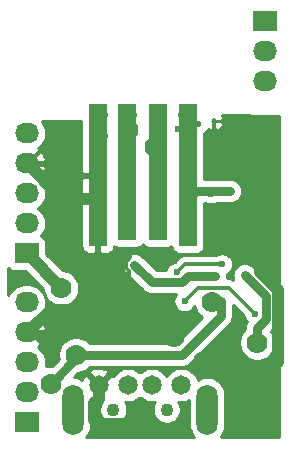
<source format=gbl>
%TF.GenerationSoftware,KiCad,Pcbnew,(5.1.2-1)-1*%
%TF.CreationDate,2019-05-29T15:28:05+01:00*%
%TF.ProjectId,a5v11-mod-01,61357631-312d-46d6-9f64-2d30312e6b69,rev?*%
%TF.SameCoordinates,PX3740df8PY3c191b8*%
%TF.FileFunction,Copper,L2,Bot*%
%TF.FilePolarity,Positive*%
%FSLAX46Y46*%
G04 Gerber Fmt 4.6, Leading zero omitted, Abs format (unit mm)*
G04 Created by KiCad (PCBNEW (5.1.2-1)-1) date 2019-05-29 15:28:05*
%MOMM*%
%LPD*%
G04 APERTURE LIST*
%ADD10R,2.032000X1.727200*%
%ADD11O,2.032000X1.727200*%
%ADD12C,1.650000*%
%ADD13C,1.100000*%
%ADD14O,1.800000X4.300000*%
%ADD15R,1.500000X12.000000*%
%ADD16R,1.500000X11.500000*%
%ADD17R,0.300000X0.300000*%
%ADD18C,1.500000*%
%ADD19C,0.600000*%
%ADD20C,1.778000*%
%ADD21C,0.304800*%
%ADD22C,1.016000*%
%ADD23C,0.381000*%
%ADD24C,0.762000*%
%ADD25C,0.254000*%
G04 APERTURE END LIST*
D10*
X10612600Y33197400D03*
D11*
X10612600Y30657400D03*
X10612600Y28117400D03*
D10*
X-9597400Y13517400D03*
D11*
X-9597400Y16057400D03*
X-9597400Y18597400D03*
X-9597400Y21137400D03*
X-9597400Y23677400D03*
D10*
X-9597400Y-772600D03*
D11*
X-9597400Y1767400D03*
X-9597400Y4307400D03*
X-9597400Y6847400D03*
X-9597400Y9387400D03*
D12*
X1002600Y2377400D03*
X3502600Y2377400D03*
X-997400Y2377400D03*
X-3497400Y2377400D03*
D13*
X2252600Y277400D03*
X-2247400Y277400D03*
D14*
X-5697400Y277400D03*
X5702600Y277400D03*
D15*
X-3567400Y20127400D03*
X4052600Y20127400D03*
D16*
X1542600Y20377400D03*
X-1057400Y20377400D03*
D17*
X6242600Y24727400D03*
D18*
X3992600Y25227400D03*
X1492600Y25227400D03*
X-1007400Y25227400D03*
X-3507400Y25227400D03*
X-3507400Y23417400D03*
D19*
X11176000Y20320000D03*
X10414000Y20320000D03*
X10414000Y20320000D03*
X9626600Y20465400D03*
X8356600Y23368000D03*
X7594600Y23368000D03*
X10160000Y14224000D03*
X8890000Y16256000D03*
X6604000Y23368000D03*
X10652600Y1177400D03*
D20*
X2919431Y6411973D03*
D19*
X1251929Y8778071D03*
D20*
X5407771Y4383221D03*
D19*
X56880Y9336332D03*
X-7347400Y5227400D03*
D20*
X-6768355Y17296912D03*
D19*
X-3597400Y13327400D03*
X-1947400Y13309857D03*
X-1197400Y13309857D03*
X5862600Y16817400D03*
X6382600Y14257400D03*
X1592600Y13357400D03*
X5892600Y13767400D03*
X2252600Y13357400D03*
D20*
X9921752Y5958248D03*
D19*
X8852600Y11677400D03*
X-481902Y12536732D03*
X6372611Y11577409D03*
D20*
X1280886Y22527773D03*
D19*
X1711207Y20513461D03*
D20*
X-1007400Y23937400D03*
D19*
X-734253Y21448261D03*
X3125603Y11905183D03*
X6942600Y12597400D03*
X9712600Y8417400D03*
X3772598Y9467400D03*
X4912600Y24467400D03*
X3242601Y24037399D03*
D20*
X6096000Y9398000D03*
D19*
X6004600Y18567400D03*
X6832600Y18796000D03*
X7620000Y18796000D03*
D20*
X-5397400Y4927400D03*
X-6651714Y10571714D03*
X-7565400Y2479340D03*
D21*
X7594600Y23368000D02*
X8356600Y23368000D01*
D22*
X10668000Y3302000D02*
X6488992Y3302000D01*
X6488992Y3302000D02*
X5407771Y4383221D01*
X11684000Y4318000D02*
X10668000Y3302000D01*
X11684000Y10414000D02*
X11684000Y4318000D01*
X10160000Y11938000D02*
X11684000Y10414000D01*
X10160000Y14224000D02*
X10160000Y11938000D01*
D23*
X5751268Y17616732D02*
X7529268Y17616732D01*
X7529268Y17616732D02*
X8890000Y16256000D01*
D24*
X1352600Y7953136D02*
X1251929Y8053807D01*
X1251929Y8053807D02*
X1251929Y8353807D01*
X1251929Y8353807D02*
X1251929Y8778071D01*
D21*
X-5262200Y24277400D02*
X-6305000Y24277400D01*
X-6305000Y24277400D02*
X-9445000Y21137400D01*
X-9445000Y21137400D02*
X-9597400Y21137400D01*
X-5062200Y24477400D02*
X-5262200Y24277400D01*
D22*
X-3567400Y18127400D02*
X-5937867Y18127400D01*
X-5937867Y18127400D02*
X-6768355Y17296912D01*
X-1057801Y-933001D02*
X2600Y127400D01*
X-3897400Y-622600D02*
X-3586999Y-933001D01*
X-3586999Y-933001D02*
X-1057801Y-933001D01*
X-3897400Y810674D02*
X-3897400Y-622600D01*
X-3497400Y2377400D02*
X-3497400Y1210674D01*
X-3497400Y1210674D02*
X-3897400Y810674D01*
X-6768355Y17296912D02*
X-6768355Y18308355D01*
X-6768355Y18308355D02*
X-9597400Y21137400D01*
X-3567400Y15077400D02*
X-3567400Y18127400D01*
D21*
X56880Y9336332D02*
X-927461Y10320673D01*
X-927461Y10320673D02*
X-927461Y12012410D01*
X-927461Y12012410D02*
X-1167712Y12252661D01*
X-1167712Y12252661D02*
X-1167712Y13280169D01*
X-1167712Y13280169D02*
X-1197400Y13309857D01*
D24*
X-8967400Y6847400D02*
X-7347400Y5227400D01*
D22*
X-5780257Y8727000D02*
X-1197400Y13309857D01*
X-7565400Y8727000D02*
X-5780257Y8727000D01*
X-9445000Y6847400D02*
X-7565400Y8727000D01*
X-9597400Y6847400D02*
X-9445000Y6847400D01*
D24*
X-9597400Y6847400D02*
X-8967400Y6847400D01*
X9921752Y7215483D02*
X9921752Y5958248D01*
X10642589Y9887411D02*
X10642589Y7936320D01*
X8852600Y11677400D02*
X10642589Y9887411D01*
X10642589Y7936320D02*
X9921752Y7215483D01*
X5948347Y11577409D02*
X6372611Y11577409D01*
X-481902Y12536732D02*
X983048Y11071782D01*
X983048Y11071782D02*
X3525636Y11071782D01*
X3525636Y11071782D02*
X4031265Y11577409D01*
X4031265Y11577409D02*
X5948347Y11577409D01*
D21*
X1711207Y20089197D02*
X1711207Y20513461D01*
X1711207Y18546007D02*
X1711207Y20089197D01*
X1542600Y18377400D02*
X1711207Y18546007D01*
X-1057400Y21125114D02*
X-1034252Y21148262D01*
X-1034252Y21148262D02*
X-734253Y21448261D01*
X-1057400Y18377400D02*
X-1057400Y21125114D01*
X3125603Y11905183D02*
X3817820Y12597400D01*
X3817820Y12597400D02*
X6518336Y12597400D01*
X6518336Y12597400D02*
X6942600Y12597400D01*
X3772598Y9467400D02*
X4926787Y10621589D01*
X4926787Y10621589D02*
X7508410Y10621589D01*
X7508410Y10621589D02*
X9611388Y8518611D01*
D24*
X6820720Y9457229D02*
X6155229Y9457229D01*
X6155229Y9457229D02*
X6096000Y9398000D01*
X6408336Y18796000D02*
X6832600Y18796000D01*
X4721200Y18796000D02*
X6408336Y18796000D01*
X4052600Y18127400D02*
X4721200Y18796000D01*
X6832600Y18796000D02*
X7620000Y18796000D01*
D22*
X-6651714Y10571714D02*
X-9597400Y13517400D01*
D24*
X6820720Y8199994D02*
X3548126Y4927400D01*
X3548126Y4927400D02*
X-4140165Y4927400D01*
X-4140165Y4927400D02*
X-5397400Y4927400D01*
X-5397400Y4927400D02*
X-5397400Y4647340D01*
X-5397400Y4647340D02*
X-7565400Y2479340D01*
X6820720Y9457229D02*
X6820720Y8199994D01*
X6790891Y9427400D02*
X6820720Y9457229D01*
D25*
G36*
X11742600Y25184414D02*
G01*
X11742601Y-2012600D01*
X6834837Y-2012600D01*
X6985081Y-1829527D01*
X7127617Y-1562861D01*
X7215390Y-1273513D01*
X7237600Y-1048008D01*
X7237600Y1602808D01*
X7215390Y1828313D01*
X7127617Y2117661D01*
X6985081Y2384327D01*
X6793261Y2618061D01*
X6559526Y2809881D01*
X6292860Y2952417D01*
X6003512Y3040190D01*
X5702600Y3069827D01*
X5401687Y3040190D01*
X5112339Y2952417D01*
X4893225Y2835298D01*
X4796435Y3068969D01*
X4636656Y3308096D01*
X4433296Y3511456D01*
X4194169Y3671235D01*
X3928466Y3781293D01*
X3646397Y3837400D01*
X3358803Y3837400D01*
X3076734Y3781293D01*
X2811031Y3671235D01*
X2571904Y3511456D01*
X2368544Y3308096D01*
X2252600Y3134573D01*
X2136656Y3308096D01*
X1933296Y3511456D01*
X1694169Y3671235D01*
X1428466Y3781293D01*
X1146397Y3837400D01*
X858803Y3837400D01*
X576734Y3781293D01*
X311031Y3671235D01*
X71904Y3511456D01*
X2600Y3442152D01*
X-66704Y3511456D01*
X-305831Y3671235D01*
X-571534Y3781293D01*
X-853603Y3837400D01*
X-1141197Y3837400D01*
X-1423266Y3781293D01*
X-1688969Y3671235D01*
X-1928096Y3511456D01*
X-2131456Y3308096D01*
X-2246675Y3135658D01*
X-2486849Y3208346D01*
X-3317795Y2377400D01*
X-3303652Y2363257D01*
X-3483257Y2183652D01*
X-3497400Y2197795D01*
X-3511542Y2183652D01*
X-3691147Y2363257D01*
X-3677005Y2377400D01*
X-4507951Y3208346D01*
X-4754473Y3133737D01*
X-4877873Y2873961D01*
X-4887674Y2835110D01*
X-5107140Y2952417D01*
X-5396488Y3040190D01*
X-5552358Y3055542D01*
X-5219949Y3387951D01*
X-4328346Y3387951D01*
X-3497400Y2557005D01*
X-2666454Y3387951D01*
X-2741063Y3634473D01*
X-3000839Y3757873D01*
X-3279697Y3828223D01*
X-3566921Y3842817D01*
X-3851474Y3801097D01*
X-4122420Y3704665D01*
X-4253737Y3634473D01*
X-4328346Y3387951D01*
X-5219949Y3387951D01*
X-5193872Y3414027D01*
X-4952866Y3461966D01*
X-4675515Y3576849D01*
X-4425907Y3743632D01*
X-4258139Y3911400D01*
X3498224Y3911400D01*
X3548126Y3906485D01*
X3598028Y3911400D01*
X3747297Y3926102D01*
X3938813Y3984198D01*
X4115316Y4078540D01*
X4270022Y4205504D01*
X4301838Y4244272D01*
X7503853Y7446286D01*
X7542616Y7478098D01*
X7669580Y7632804D01*
X7763922Y7809307D01*
X7822018Y8000823D01*
X7836720Y8150092D01*
X7841635Y8199994D01*
X7836720Y8249896D01*
X7836720Y9179729D01*
X8799069Y8217379D01*
X8813532Y8144671D01*
X8884014Y7974511D01*
X8986338Y7821372D01*
X9056223Y7751487D01*
X8978550Y7606169D01*
X8951905Y7518332D01*
X8920454Y7414653D01*
X8900837Y7215483D01*
X8905752Y7165581D01*
X8905752Y7097509D01*
X8737984Y6929741D01*
X8571201Y6680133D01*
X8456318Y6402782D01*
X8397752Y6108349D01*
X8397752Y5808147D01*
X8456318Y5513714D01*
X8571201Y5236363D01*
X8737984Y4986755D01*
X8950259Y4774480D01*
X9199867Y4607697D01*
X9477218Y4492814D01*
X9771651Y4434248D01*
X10071853Y4434248D01*
X10366286Y4492814D01*
X10643637Y4607697D01*
X10893245Y4774480D01*
X11105520Y4986755D01*
X11272303Y5236363D01*
X11387186Y5513714D01*
X11445752Y5808147D01*
X11445752Y6108349D01*
X11387186Y6402782D01*
X11272303Y6680133D01*
X11105520Y6929741D01*
X11089185Y6946076D01*
X11325722Y7182612D01*
X11364485Y7214424D01*
X11491449Y7369130D01*
X11585791Y7545633D01*
X11643887Y7737149D01*
X11644425Y7742606D01*
X11656060Y7860746D01*
X11658589Y7886418D01*
X11658589Y7886425D01*
X11663503Y7936319D01*
X11658589Y7986213D01*
X11658589Y9837509D01*
X11663504Y9887411D01*
X11643887Y10086582D01*
X11585791Y10278098D01*
X11570830Y10306088D01*
X11491449Y10454601D01*
X11364485Y10609307D01*
X11325722Y10641119D01*
X9535734Y12431106D01*
X9419789Y12526259D01*
X9243287Y12620601D01*
X9051770Y12678698D01*
X8852600Y12698315D01*
X8653430Y12678698D01*
X8461913Y12620601D01*
X8285411Y12526259D01*
X8130705Y12399295D01*
X8003741Y12244589D01*
X7909399Y12068087D01*
X7851302Y11876570D01*
X7831685Y11677400D01*
X7851302Y11478230D01*
X7904560Y11302665D01*
X7811193Y11352571D01*
X7662767Y11397595D01*
X7547083Y11408989D01*
X7547073Y11408989D01*
X7508410Y11412797D01*
X7469747Y11408989D01*
X7376938Y11408989D01*
X7393526Y11577409D01*
X7375098Y11764510D01*
X7385489Y11768814D01*
X7538628Y11871138D01*
X7668862Y12001372D01*
X7771186Y12154511D01*
X7841668Y12324671D01*
X7877600Y12505311D01*
X7877600Y12689489D01*
X7841668Y12870129D01*
X7771186Y13040289D01*
X7668862Y13193428D01*
X7538628Y13323662D01*
X7385489Y13425986D01*
X7215329Y13496468D01*
X7034689Y13532400D01*
X6850511Y13532400D01*
X6669871Y13496468D01*
X6499711Y13425986D01*
X6438072Y13384800D01*
X3856485Y13384800D01*
X3817820Y13388608D01*
X3779155Y13384800D01*
X3779147Y13384800D01*
X3663463Y13373406D01*
X3515037Y13328382D01*
X3378248Y13255266D01*
X3288390Y13181522D01*
X3288387Y13181519D01*
X3258351Y13156869D01*
X3233701Y13126833D01*
X2925583Y12818714D01*
X2852874Y12804251D01*
X2682714Y12733769D01*
X2529575Y12631445D01*
X2399341Y12501211D01*
X2297017Y12348072D01*
X2226535Y12177912D01*
X2208607Y12087782D01*
X1403889Y12087782D01*
X201232Y13290438D01*
X85287Y13385591D01*
X-91215Y13479933D01*
X-282732Y13538030D01*
X-481902Y13557647D01*
X-681072Y13538030D01*
X-872589Y13479933D01*
X-1049091Y13385591D01*
X-1203797Y13258627D01*
X-1330761Y13103921D01*
X-1425103Y12927419D01*
X-1483200Y12735902D01*
X-1502817Y12536732D01*
X-1483200Y12337562D01*
X-1425103Y12146045D01*
X-1330761Y11969543D01*
X-1235608Y11853598D01*
X229340Y10388649D01*
X261152Y10349886D01*
X415858Y10222922D01*
X592361Y10128580D01*
X730813Y10086581D01*
X783877Y10070484D01*
X983047Y10050867D01*
X1032949Y10055782D01*
X3041227Y10055782D01*
X2944012Y9910289D01*
X2873530Y9740129D01*
X2837598Y9559489D01*
X2837598Y9375311D01*
X2873530Y9194671D01*
X2944012Y9024511D01*
X3046336Y8871372D01*
X3176570Y8741138D01*
X3329709Y8638814D01*
X3499869Y8568332D01*
X3680509Y8532400D01*
X3864687Y8532400D01*
X4045327Y8568332D01*
X4215487Y8638814D01*
X4368626Y8741138D01*
X4498860Y8871372D01*
X4601184Y9024511D01*
X4611487Y9049384D01*
X4630566Y8953466D01*
X4745449Y8676115D01*
X4912232Y8426507D01*
X5124507Y8214232D01*
X5288524Y8104639D01*
X3127286Y5943400D01*
X-4258139Y5943400D01*
X-4425907Y6111168D01*
X-4675515Y6277951D01*
X-4952866Y6392834D01*
X-5247299Y6451400D01*
X-5547501Y6451400D01*
X-5841934Y6392834D01*
X-6119285Y6277951D01*
X-6368893Y6111168D01*
X-6581168Y5898893D01*
X-6747951Y5649285D01*
X-6862834Y5371934D01*
X-6921400Y5077501D01*
X-6921400Y4777299D01*
X-6885378Y4596203D01*
X-7478240Y4003340D01*
X-7715501Y4003340D01*
X-7987623Y3949212D01*
X-7968084Y4013623D01*
X-7939149Y4307400D01*
X-7968084Y4601177D01*
X-8053775Y4883664D01*
X-8192931Y5144006D01*
X-8380203Y5372197D01*
X-8608394Y5559469D01*
X-8648347Y5580824D01*
X-8445671Y5728914D01*
X-8246667Y5945365D01*
X-8093714Y6196481D01*
X-7992691Y6472611D01*
X-7990042Y6488374D01*
X-8111183Y6720400D01*
X-9470400Y6720400D01*
X-9470400Y6700400D01*
X-9724400Y6700400D01*
X-9724400Y6720400D01*
X-9744400Y6720400D01*
X-9744400Y6974400D01*
X-9724400Y6974400D01*
X-9724400Y6994400D01*
X-9470400Y6994400D01*
X-9470400Y6974400D01*
X-8111183Y6974400D01*
X-7990042Y7206426D01*
X-7992691Y7222189D01*
X-8093714Y7498319D01*
X-8246667Y7749435D01*
X-8445671Y7965886D01*
X-8648347Y8113976D01*
X-8608394Y8135331D01*
X-8380203Y8322603D01*
X-8192931Y8550794D01*
X-8053775Y8811136D01*
X-7968084Y9093623D01*
X-7939149Y9387400D01*
X-7968084Y9681177D01*
X-8053775Y9963664D01*
X-8192931Y10224006D01*
X-8380203Y10452197D01*
X-8608394Y10639469D01*
X-8868736Y10778625D01*
X-9151223Y10864316D01*
X-9371381Y10886000D01*
X-9823419Y10886000D01*
X-10043577Y10864316D01*
X-10326064Y10778625D01*
X-10586406Y10639469D01*
X-10814597Y10452197D01*
X-11001869Y10224006D01*
X-11137400Y9970446D01*
X-11137400Y12291341D01*
X-11064585Y12202615D01*
X-10967894Y12123263D01*
X-10857580Y12064298D01*
X-10737882Y12027988D01*
X-10613400Y12015728D01*
X-9712173Y12015728D01*
X-8175714Y10479268D01*
X-8175714Y10421613D01*
X-8117148Y10127180D01*
X-8002265Y9849829D01*
X-7835482Y9600221D01*
X-7623207Y9387946D01*
X-7373599Y9221163D01*
X-7096248Y9106280D01*
X-6801815Y9047714D01*
X-6501613Y9047714D01*
X-6207180Y9106280D01*
X-5929829Y9221163D01*
X-5680221Y9387946D01*
X-5467946Y9600221D01*
X-5301163Y9849829D01*
X-5186280Y10127180D01*
X-5127714Y10421613D01*
X-5127714Y10721815D01*
X-5186280Y11016248D01*
X-5301163Y11293599D01*
X-5467946Y11543207D01*
X-5680221Y11755482D01*
X-5929829Y11922265D01*
X-6207180Y12037148D01*
X-6501613Y12095714D01*
X-6559268Y12095714D01*
X-7943328Y13479773D01*
X-7943328Y14127400D01*
X-4955472Y14127400D01*
X-4943212Y14002918D01*
X-4906902Y13883220D01*
X-4847937Y13772906D01*
X-4768585Y13676215D01*
X-4671894Y13596863D01*
X-4561580Y13537898D01*
X-4441882Y13501588D01*
X-4317400Y13489328D01*
X-3853150Y13492400D01*
X-3694400Y13651150D01*
X-3694400Y20000400D01*
X-4793650Y20000400D01*
X-4952400Y19841650D01*
X-4955472Y14127400D01*
X-7943328Y14127400D01*
X-7943328Y14381000D01*
X-7955588Y14505482D01*
X-7991898Y14625180D01*
X-8050863Y14735494D01*
X-8130215Y14832185D01*
X-8226906Y14911537D01*
X-8337220Y14970502D01*
X-8388265Y14985986D01*
X-8380203Y14992603D01*
X-8192931Y15220794D01*
X-8053775Y15481136D01*
X-7968084Y15763623D01*
X-7939149Y16057400D01*
X-7968084Y16351177D01*
X-8053775Y16633664D01*
X-8192931Y16894006D01*
X-8380203Y17122197D01*
X-8608394Y17309469D01*
X-8641940Y17327400D01*
X-8608394Y17345331D01*
X-8380203Y17532603D01*
X-8192931Y17760794D01*
X-8053775Y18021136D01*
X-7968084Y18303623D01*
X-7939149Y18597400D01*
X-7968084Y18891177D01*
X-8053775Y19173664D01*
X-8192931Y19434006D01*
X-8380203Y19662197D01*
X-8608394Y19849469D01*
X-8648347Y19870824D01*
X-8445671Y20018914D01*
X-8246667Y20235365D01*
X-8093714Y20486481D01*
X-7992691Y20762611D01*
X-7990042Y20778374D01*
X-8111183Y21010400D01*
X-9470400Y21010400D01*
X-9470400Y20990400D01*
X-9724400Y20990400D01*
X-9724400Y21010400D01*
X-9744400Y21010400D01*
X-9744400Y21264400D01*
X-9724400Y21264400D01*
X-9724400Y21284400D01*
X-9470400Y21284400D01*
X-9470400Y21264400D01*
X-8111183Y21264400D01*
X-7990042Y21496426D01*
X-7992691Y21512189D01*
X-8093714Y21788319D01*
X-8246667Y22039435D01*
X-8445671Y22255886D01*
X-8648347Y22403976D01*
X-8608394Y22425331D01*
X-8380203Y22612603D01*
X-8192931Y22840794D01*
X-8053775Y23101136D01*
X-7968084Y23383623D01*
X-7939149Y23677400D01*
X-7968084Y23971177D01*
X-8053775Y24253664D01*
X-8192931Y24514006D01*
X-8337366Y24690000D01*
X-4954699Y24690000D01*
X-4952400Y20413150D01*
X-4793650Y20254400D01*
X-3694400Y20254400D01*
X-3694400Y20274400D01*
X-3440400Y20274400D01*
X-3440400Y20254400D01*
X-3420400Y20254400D01*
X-3420400Y20000400D01*
X-3440400Y20000400D01*
X-3440400Y13651150D01*
X-3281650Y13492400D01*
X-2817400Y13489328D01*
X-2692918Y13501588D01*
X-2573220Y13537898D01*
X-2462906Y13596863D01*
X-2366215Y13676215D01*
X-2286863Y13772906D01*
X-2227898Y13883220D01*
X-2191588Y14002918D01*
X-2180807Y14112384D01*
X-2161894Y14096863D01*
X-2051580Y14037898D01*
X-1931882Y14001588D01*
X-1807400Y13989328D01*
X-307400Y13989328D01*
X-182918Y14001588D01*
X-63220Y14037898D01*
X47094Y14096863D01*
X143785Y14176215D01*
X223137Y14272906D01*
X242600Y14309318D01*
X262063Y14272906D01*
X341415Y14176215D01*
X438106Y14096863D01*
X548420Y14037898D01*
X668118Y14001588D01*
X792600Y13989328D01*
X2292600Y13989328D01*
X2417082Y14001588D01*
X2536780Y14037898D01*
X2647094Y14096863D01*
X2666007Y14112384D01*
X2676788Y14002918D01*
X2713098Y13883220D01*
X2772063Y13772906D01*
X2851415Y13676215D01*
X2948106Y13596863D01*
X3058420Y13537898D01*
X3178118Y13501588D01*
X3302600Y13489328D01*
X4802600Y13489328D01*
X4927082Y13501588D01*
X5046780Y13537898D01*
X5157094Y13596863D01*
X5253785Y13676215D01*
X5333137Y13772906D01*
X5392102Y13883220D01*
X5428412Y14002918D01*
X5440672Y14127400D01*
X5440672Y17780000D01*
X5500072Y17780000D01*
X5561711Y17738814D01*
X5731871Y17668332D01*
X5912511Y17632400D01*
X6096689Y17632400D01*
X6277329Y17668332D01*
X6447489Y17738814D01*
X6509128Y17780000D01*
X7669902Y17780000D01*
X7819171Y17794702D01*
X8010687Y17852798D01*
X8187190Y17947140D01*
X8341896Y18074104D01*
X8468860Y18228810D01*
X8563202Y18405313D01*
X8621298Y18596829D01*
X8640915Y18796000D01*
X8621298Y18995171D01*
X8563202Y19186687D01*
X8468860Y19363190D01*
X8341896Y19517896D01*
X8187190Y19644860D01*
X8010687Y19739202D01*
X7819171Y19797298D01*
X7669902Y19812000D01*
X5440672Y19812000D01*
X5440672Y23695731D01*
X5508628Y23741138D01*
X5638862Y23871372D01*
X5741186Y24024511D01*
X5748736Y24042738D01*
X5828555Y23996525D01*
X5946951Y23956173D01*
X6060850Y23942400D01*
X6219600Y24101150D01*
X6219600Y24704400D01*
X6265600Y24704400D01*
X6265600Y24101150D01*
X6424350Y23942400D01*
X6538249Y23956173D01*
X6656645Y23996525D01*
X6764895Y24059199D01*
X6858837Y24141787D01*
X6934863Y24241116D01*
X6990049Y24353367D01*
X7022276Y24474229D01*
X7027600Y24545650D01*
X6868850Y24704400D01*
X6265600Y24704400D01*
X6219600Y24704400D01*
X6095600Y24704400D01*
X6095600Y24750400D01*
X6219600Y24750400D01*
X6219600Y24874400D01*
X6265600Y24874400D01*
X6265600Y24750400D01*
X6868850Y24750400D01*
X7027600Y24909150D01*
X7022276Y24980571D01*
X6990049Y25101433D01*
X6936602Y25210146D01*
X11742600Y25184414D01*
X11742600Y25184414D01*
G37*
X11742600Y25184414D02*
X11742601Y-2012600D01*
X6834837Y-2012600D01*
X6985081Y-1829527D01*
X7127617Y-1562861D01*
X7215390Y-1273513D01*
X7237600Y-1048008D01*
X7237600Y1602808D01*
X7215390Y1828313D01*
X7127617Y2117661D01*
X6985081Y2384327D01*
X6793261Y2618061D01*
X6559526Y2809881D01*
X6292860Y2952417D01*
X6003512Y3040190D01*
X5702600Y3069827D01*
X5401687Y3040190D01*
X5112339Y2952417D01*
X4893225Y2835298D01*
X4796435Y3068969D01*
X4636656Y3308096D01*
X4433296Y3511456D01*
X4194169Y3671235D01*
X3928466Y3781293D01*
X3646397Y3837400D01*
X3358803Y3837400D01*
X3076734Y3781293D01*
X2811031Y3671235D01*
X2571904Y3511456D01*
X2368544Y3308096D01*
X2252600Y3134573D01*
X2136656Y3308096D01*
X1933296Y3511456D01*
X1694169Y3671235D01*
X1428466Y3781293D01*
X1146397Y3837400D01*
X858803Y3837400D01*
X576734Y3781293D01*
X311031Y3671235D01*
X71904Y3511456D01*
X2600Y3442152D01*
X-66704Y3511456D01*
X-305831Y3671235D01*
X-571534Y3781293D01*
X-853603Y3837400D01*
X-1141197Y3837400D01*
X-1423266Y3781293D01*
X-1688969Y3671235D01*
X-1928096Y3511456D01*
X-2131456Y3308096D01*
X-2246675Y3135658D01*
X-2486849Y3208346D01*
X-3317795Y2377400D01*
X-3303652Y2363257D01*
X-3483257Y2183652D01*
X-3497400Y2197795D01*
X-3511542Y2183652D01*
X-3691147Y2363257D01*
X-3677005Y2377400D01*
X-4507951Y3208346D01*
X-4754473Y3133737D01*
X-4877873Y2873961D01*
X-4887674Y2835110D01*
X-5107140Y2952417D01*
X-5396488Y3040190D01*
X-5552358Y3055542D01*
X-5219949Y3387951D01*
X-4328346Y3387951D01*
X-3497400Y2557005D01*
X-2666454Y3387951D01*
X-2741063Y3634473D01*
X-3000839Y3757873D01*
X-3279697Y3828223D01*
X-3566921Y3842817D01*
X-3851474Y3801097D01*
X-4122420Y3704665D01*
X-4253737Y3634473D01*
X-4328346Y3387951D01*
X-5219949Y3387951D01*
X-5193872Y3414027D01*
X-4952866Y3461966D01*
X-4675515Y3576849D01*
X-4425907Y3743632D01*
X-4258139Y3911400D01*
X3498224Y3911400D01*
X3548126Y3906485D01*
X3598028Y3911400D01*
X3747297Y3926102D01*
X3938813Y3984198D01*
X4115316Y4078540D01*
X4270022Y4205504D01*
X4301838Y4244272D01*
X7503853Y7446286D01*
X7542616Y7478098D01*
X7669580Y7632804D01*
X7763922Y7809307D01*
X7822018Y8000823D01*
X7836720Y8150092D01*
X7841635Y8199994D01*
X7836720Y8249896D01*
X7836720Y9179729D01*
X8799069Y8217379D01*
X8813532Y8144671D01*
X8884014Y7974511D01*
X8986338Y7821372D01*
X9056223Y7751487D01*
X8978550Y7606169D01*
X8951905Y7518332D01*
X8920454Y7414653D01*
X8900837Y7215483D01*
X8905752Y7165581D01*
X8905752Y7097509D01*
X8737984Y6929741D01*
X8571201Y6680133D01*
X8456318Y6402782D01*
X8397752Y6108349D01*
X8397752Y5808147D01*
X8456318Y5513714D01*
X8571201Y5236363D01*
X8737984Y4986755D01*
X8950259Y4774480D01*
X9199867Y4607697D01*
X9477218Y4492814D01*
X9771651Y4434248D01*
X10071853Y4434248D01*
X10366286Y4492814D01*
X10643637Y4607697D01*
X10893245Y4774480D01*
X11105520Y4986755D01*
X11272303Y5236363D01*
X11387186Y5513714D01*
X11445752Y5808147D01*
X11445752Y6108349D01*
X11387186Y6402782D01*
X11272303Y6680133D01*
X11105520Y6929741D01*
X11089185Y6946076D01*
X11325722Y7182612D01*
X11364485Y7214424D01*
X11491449Y7369130D01*
X11585791Y7545633D01*
X11643887Y7737149D01*
X11644425Y7742606D01*
X11656060Y7860746D01*
X11658589Y7886418D01*
X11658589Y7886425D01*
X11663503Y7936319D01*
X11658589Y7986213D01*
X11658589Y9837509D01*
X11663504Y9887411D01*
X11643887Y10086582D01*
X11585791Y10278098D01*
X11570830Y10306088D01*
X11491449Y10454601D01*
X11364485Y10609307D01*
X11325722Y10641119D01*
X9535734Y12431106D01*
X9419789Y12526259D01*
X9243287Y12620601D01*
X9051770Y12678698D01*
X8852600Y12698315D01*
X8653430Y12678698D01*
X8461913Y12620601D01*
X8285411Y12526259D01*
X8130705Y12399295D01*
X8003741Y12244589D01*
X7909399Y12068087D01*
X7851302Y11876570D01*
X7831685Y11677400D01*
X7851302Y11478230D01*
X7904560Y11302665D01*
X7811193Y11352571D01*
X7662767Y11397595D01*
X7547083Y11408989D01*
X7547073Y11408989D01*
X7508410Y11412797D01*
X7469747Y11408989D01*
X7376938Y11408989D01*
X7393526Y11577409D01*
X7375098Y11764510D01*
X7385489Y11768814D01*
X7538628Y11871138D01*
X7668862Y12001372D01*
X7771186Y12154511D01*
X7841668Y12324671D01*
X7877600Y12505311D01*
X7877600Y12689489D01*
X7841668Y12870129D01*
X7771186Y13040289D01*
X7668862Y13193428D01*
X7538628Y13323662D01*
X7385489Y13425986D01*
X7215329Y13496468D01*
X7034689Y13532400D01*
X6850511Y13532400D01*
X6669871Y13496468D01*
X6499711Y13425986D01*
X6438072Y13384800D01*
X3856485Y13384800D01*
X3817820Y13388608D01*
X3779155Y13384800D01*
X3779147Y13384800D01*
X3663463Y13373406D01*
X3515037Y13328382D01*
X3378248Y13255266D01*
X3288390Y13181522D01*
X3288387Y13181519D01*
X3258351Y13156869D01*
X3233701Y13126833D01*
X2925583Y12818714D01*
X2852874Y12804251D01*
X2682714Y12733769D01*
X2529575Y12631445D01*
X2399341Y12501211D01*
X2297017Y12348072D01*
X2226535Y12177912D01*
X2208607Y12087782D01*
X1403889Y12087782D01*
X201232Y13290438D01*
X85287Y13385591D01*
X-91215Y13479933D01*
X-282732Y13538030D01*
X-481902Y13557647D01*
X-681072Y13538030D01*
X-872589Y13479933D01*
X-1049091Y13385591D01*
X-1203797Y13258627D01*
X-1330761Y13103921D01*
X-1425103Y12927419D01*
X-1483200Y12735902D01*
X-1502817Y12536732D01*
X-1483200Y12337562D01*
X-1425103Y12146045D01*
X-1330761Y11969543D01*
X-1235608Y11853598D01*
X229340Y10388649D01*
X261152Y10349886D01*
X415858Y10222922D01*
X592361Y10128580D01*
X730813Y10086581D01*
X783877Y10070484D01*
X983047Y10050867D01*
X1032949Y10055782D01*
X3041227Y10055782D01*
X2944012Y9910289D01*
X2873530Y9740129D01*
X2837598Y9559489D01*
X2837598Y9375311D01*
X2873530Y9194671D01*
X2944012Y9024511D01*
X3046336Y8871372D01*
X3176570Y8741138D01*
X3329709Y8638814D01*
X3499869Y8568332D01*
X3680509Y8532400D01*
X3864687Y8532400D01*
X4045327Y8568332D01*
X4215487Y8638814D01*
X4368626Y8741138D01*
X4498860Y8871372D01*
X4601184Y9024511D01*
X4611487Y9049384D01*
X4630566Y8953466D01*
X4745449Y8676115D01*
X4912232Y8426507D01*
X5124507Y8214232D01*
X5288524Y8104639D01*
X3127286Y5943400D01*
X-4258139Y5943400D01*
X-4425907Y6111168D01*
X-4675515Y6277951D01*
X-4952866Y6392834D01*
X-5247299Y6451400D01*
X-5547501Y6451400D01*
X-5841934Y6392834D01*
X-6119285Y6277951D01*
X-6368893Y6111168D01*
X-6581168Y5898893D01*
X-6747951Y5649285D01*
X-6862834Y5371934D01*
X-6921400Y5077501D01*
X-6921400Y4777299D01*
X-6885378Y4596203D01*
X-7478240Y4003340D01*
X-7715501Y4003340D01*
X-7987623Y3949212D01*
X-7968084Y4013623D01*
X-7939149Y4307400D01*
X-7968084Y4601177D01*
X-8053775Y4883664D01*
X-8192931Y5144006D01*
X-8380203Y5372197D01*
X-8608394Y5559469D01*
X-8648347Y5580824D01*
X-8445671Y5728914D01*
X-8246667Y5945365D01*
X-8093714Y6196481D01*
X-7992691Y6472611D01*
X-7990042Y6488374D01*
X-8111183Y6720400D01*
X-9470400Y6720400D01*
X-9470400Y6700400D01*
X-9724400Y6700400D01*
X-9724400Y6720400D01*
X-9744400Y6720400D01*
X-9744400Y6974400D01*
X-9724400Y6974400D01*
X-9724400Y6994400D01*
X-9470400Y6994400D01*
X-9470400Y6974400D01*
X-8111183Y6974400D01*
X-7990042Y7206426D01*
X-7992691Y7222189D01*
X-8093714Y7498319D01*
X-8246667Y7749435D01*
X-8445671Y7965886D01*
X-8648347Y8113976D01*
X-8608394Y8135331D01*
X-8380203Y8322603D01*
X-8192931Y8550794D01*
X-8053775Y8811136D01*
X-7968084Y9093623D01*
X-7939149Y9387400D01*
X-7968084Y9681177D01*
X-8053775Y9963664D01*
X-8192931Y10224006D01*
X-8380203Y10452197D01*
X-8608394Y10639469D01*
X-8868736Y10778625D01*
X-9151223Y10864316D01*
X-9371381Y10886000D01*
X-9823419Y10886000D01*
X-10043577Y10864316D01*
X-10326064Y10778625D01*
X-10586406Y10639469D01*
X-10814597Y10452197D01*
X-11001869Y10224006D01*
X-11137400Y9970446D01*
X-11137400Y12291341D01*
X-11064585Y12202615D01*
X-10967894Y12123263D01*
X-10857580Y12064298D01*
X-10737882Y12027988D01*
X-10613400Y12015728D01*
X-9712173Y12015728D01*
X-8175714Y10479268D01*
X-8175714Y10421613D01*
X-8117148Y10127180D01*
X-8002265Y9849829D01*
X-7835482Y9600221D01*
X-7623207Y9387946D01*
X-7373599Y9221163D01*
X-7096248Y9106280D01*
X-6801815Y9047714D01*
X-6501613Y9047714D01*
X-6207180Y9106280D01*
X-5929829Y9221163D01*
X-5680221Y9387946D01*
X-5467946Y9600221D01*
X-5301163Y9849829D01*
X-5186280Y10127180D01*
X-5127714Y10421613D01*
X-5127714Y10721815D01*
X-5186280Y11016248D01*
X-5301163Y11293599D01*
X-5467946Y11543207D01*
X-5680221Y11755482D01*
X-5929829Y11922265D01*
X-6207180Y12037148D01*
X-6501613Y12095714D01*
X-6559268Y12095714D01*
X-7943328Y13479773D01*
X-7943328Y14127400D01*
X-4955472Y14127400D01*
X-4943212Y14002918D01*
X-4906902Y13883220D01*
X-4847937Y13772906D01*
X-4768585Y13676215D01*
X-4671894Y13596863D01*
X-4561580Y13537898D01*
X-4441882Y13501588D01*
X-4317400Y13489328D01*
X-3853150Y13492400D01*
X-3694400Y13651150D01*
X-3694400Y20000400D01*
X-4793650Y20000400D01*
X-4952400Y19841650D01*
X-4955472Y14127400D01*
X-7943328Y14127400D01*
X-7943328Y14381000D01*
X-7955588Y14505482D01*
X-7991898Y14625180D01*
X-8050863Y14735494D01*
X-8130215Y14832185D01*
X-8226906Y14911537D01*
X-8337220Y14970502D01*
X-8388265Y14985986D01*
X-8380203Y14992603D01*
X-8192931Y15220794D01*
X-8053775Y15481136D01*
X-7968084Y15763623D01*
X-7939149Y16057400D01*
X-7968084Y16351177D01*
X-8053775Y16633664D01*
X-8192931Y16894006D01*
X-8380203Y17122197D01*
X-8608394Y17309469D01*
X-8641940Y17327400D01*
X-8608394Y17345331D01*
X-8380203Y17532603D01*
X-8192931Y17760794D01*
X-8053775Y18021136D01*
X-7968084Y18303623D01*
X-7939149Y18597400D01*
X-7968084Y18891177D01*
X-8053775Y19173664D01*
X-8192931Y19434006D01*
X-8380203Y19662197D01*
X-8608394Y19849469D01*
X-8648347Y19870824D01*
X-8445671Y20018914D01*
X-8246667Y20235365D01*
X-8093714Y20486481D01*
X-7992691Y20762611D01*
X-7990042Y20778374D01*
X-8111183Y21010400D01*
X-9470400Y21010400D01*
X-9470400Y20990400D01*
X-9724400Y20990400D01*
X-9724400Y21010400D01*
X-9744400Y21010400D01*
X-9744400Y21264400D01*
X-9724400Y21264400D01*
X-9724400Y21284400D01*
X-9470400Y21284400D01*
X-9470400Y21264400D01*
X-8111183Y21264400D01*
X-7990042Y21496426D01*
X-7992691Y21512189D01*
X-8093714Y21788319D01*
X-8246667Y22039435D01*
X-8445671Y22255886D01*
X-8648347Y22403976D01*
X-8608394Y22425331D01*
X-8380203Y22612603D01*
X-8192931Y22840794D01*
X-8053775Y23101136D01*
X-7968084Y23383623D01*
X-7939149Y23677400D01*
X-7968084Y23971177D01*
X-8053775Y24253664D01*
X-8192931Y24514006D01*
X-8337366Y24690000D01*
X-4954699Y24690000D01*
X-4952400Y20413150D01*
X-4793650Y20254400D01*
X-3694400Y20254400D01*
X-3694400Y20274400D01*
X-3440400Y20274400D01*
X-3440400Y20254400D01*
X-3420400Y20254400D01*
X-3420400Y20000400D01*
X-3440400Y20000400D01*
X-3440400Y13651150D01*
X-3281650Y13492400D01*
X-2817400Y13489328D01*
X-2692918Y13501588D01*
X-2573220Y13537898D01*
X-2462906Y13596863D01*
X-2366215Y13676215D01*
X-2286863Y13772906D01*
X-2227898Y13883220D01*
X-2191588Y14002918D01*
X-2180807Y14112384D01*
X-2161894Y14096863D01*
X-2051580Y14037898D01*
X-1931882Y14001588D01*
X-1807400Y13989328D01*
X-307400Y13989328D01*
X-182918Y14001588D01*
X-63220Y14037898D01*
X47094Y14096863D01*
X143785Y14176215D01*
X223137Y14272906D01*
X242600Y14309318D01*
X262063Y14272906D01*
X341415Y14176215D01*
X438106Y14096863D01*
X548420Y14037898D01*
X668118Y14001588D01*
X792600Y13989328D01*
X2292600Y13989328D01*
X2417082Y14001588D01*
X2536780Y14037898D01*
X2647094Y14096863D01*
X2666007Y14112384D01*
X2676788Y14002918D01*
X2713098Y13883220D01*
X2772063Y13772906D01*
X2851415Y13676215D01*
X2948106Y13596863D01*
X3058420Y13537898D01*
X3178118Y13501588D01*
X3302600Y13489328D01*
X4802600Y13489328D01*
X4927082Y13501588D01*
X5046780Y13537898D01*
X5157094Y13596863D01*
X5253785Y13676215D01*
X5333137Y13772906D01*
X5392102Y13883220D01*
X5428412Y14002918D01*
X5440672Y14127400D01*
X5440672Y17780000D01*
X5500072Y17780000D01*
X5561711Y17738814D01*
X5731871Y17668332D01*
X5912511Y17632400D01*
X6096689Y17632400D01*
X6277329Y17668332D01*
X6447489Y17738814D01*
X6509128Y17780000D01*
X7669902Y17780000D01*
X7819171Y17794702D01*
X8010687Y17852798D01*
X8187190Y17947140D01*
X8341896Y18074104D01*
X8468860Y18228810D01*
X8563202Y18405313D01*
X8621298Y18596829D01*
X8640915Y18796000D01*
X8621298Y18995171D01*
X8563202Y19186687D01*
X8468860Y19363190D01*
X8341896Y19517896D01*
X8187190Y19644860D01*
X8010687Y19739202D01*
X7819171Y19797298D01*
X7669902Y19812000D01*
X5440672Y19812000D01*
X5440672Y23695731D01*
X5508628Y23741138D01*
X5638862Y23871372D01*
X5741186Y24024511D01*
X5748736Y24042738D01*
X5828555Y23996525D01*
X5946951Y23956173D01*
X6060850Y23942400D01*
X6219600Y24101150D01*
X6219600Y24704400D01*
X6265600Y24704400D01*
X6265600Y24101150D01*
X6424350Y23942400D01*
X6538249Y23956173D01*
X6656645Y23996525D01*
X6764895Y24059199D01*
X6858837Y24141787D01*
X6934863Y24241116D01*
X6990049Y24353367D01*
X7022276Y24474229D01*
X7027600Y24545650D01*
X6868850Y24704400D01*
X6265600Y24704400D01*
X6219600Y24704400D01*
X6095600Y24704400D01*
X6095600Y24750400D01*
X6219600Y24750400D01*
X6219600Y24874400D01*
X6265600Y24874400D01*
X6265600Y24750400D01*
X6868850Y24750400D01*
X7027600Y24909150D01*
X7022276Y24980571D01*
X6990049Y25101433D01*
X6936602Y25210146D01*
X11742600Y25184414D01*
G36*
X71904Y1243344D02*
G01*
X311031Y1083565D01*
X576734Y973507D01*
X858803Y917400D01*
X1146397Y917400D01*
X1271700Y942324D01*
X1202466Y838708D01*
X1113139Y623052D01*
X1067600Y394112D01*
X1067600Y160688D01*
X1113139Y-68252D01*
X1202466Y-283908D01*
X1332150Y-477994D01*
X1497206Y-643050D01*
X1691292Y-772734D01*
X1906948Y-862061D01*
X2135888Y-907600D01*
X2369312Y-907600D01*
X2598252Y-862061D01*
X2813908Y-772734D01*
X3007994Y-643050D01*
X3173050Y-477994D01*
X3302734Y-283908D01*
X3392061Y-68252D01*
X3437600Y160688D01*
X3437600Y394112D01*
X3392061Y623052D01*
X3302734Y838708D01*
X3233500Y942324D01*
X3358803Y917400D01*
X3646397Y917400D01*
X3928466Y973507D01*
X4167600Y1072560D01*
X4167601Y-1048008D01*
X4189811Y-1273513D01*
X4277584Y-1562861D01*
X4420120Y-1829527D01*
X4570364Y-2012600D01*
X-4565163Y-2012600D01*
X-4414919Y-1829527D01*
X-4272383Y-1562861D01*
X-4184610Y-1273513D01*
X-4162400Y-1048008D01*
X-4162400Y1076940D01*
X-3993961Y996927D01*
X-3715103Y926577D01*
X-3427879Y911983D01*
X-3229100Y941127D01*
X-3297534Y838708D01*
X-3386861Y623052D01*
X-3432400Y394112D01*
X-3432400Y160688D01*
X-3386861Y-68252D01*
X-3297534Y-283908D01*
X-3167850Y-477994D01*
X-3002794Y-643050D01*
X-2808708Y-772734D01*
X-2593052Y-862061D01*
X-2364112Y-907600D01*
X-2130688Y-907600D01*
X-1901748Y-862061D01*
X-1686092Y-772734D01*
X-1492006Y-643050D01*
X-1326950Y-477994D01*
X-1197266Y-283908D01*
X-1107939Y-68252D01*
X-1062400Y160688D01*
X-1062400Y394112D01*
X-1107939Y623052D01*
X-1197266Y838708D01*
X-1266500Y942324D01*
X-1141197Y917400D01*
X-853603Y917400D01*
X-571534Y973507D01*
X-305831Y1083565D01*
X-66704Y1243344D01*
X2600Y1312648D01*
X71904Y1243344D01*
X71904Y1243344D01*
G37*
X71904Y1243344D02*
X311031Y1083565D01*
X576734Y973507D01*
X858803Y917400D01*
X1146397Y917400D01*
X1271700Y942324D01*
X1202466Y838708D01*
X1113139Y623052D01*
X1067600Y394112D01*
X1067600Y160688D01*
X1113139Y-68252D01*
X1202466Y-283908D01*
X1332150Y-477994D01*
X1497206Y-643050D01*
X1691292Y-772734D01*
X1906948Y-862061D01*
X2135888Y-907600D01*
X2369312Y-907600D01*
X2598252Y-862061D01*
X2813908Y-772734D01*
X3007994Y-643050D01*
X3173050Y-477994D01*
X3302734Y-283908D01*
X3392061Y-68252D01*
X3437600Y160688D01*
X3437600Y394112D01*
X3392061Y623052D01*
X3302734Y838708D01*
X3233500Y942324D01*
X3358803Y917400D01*
X3646397Y917400D01*
X3928466Y973507D01*
X4167600Y1072560D01*
X4167601Y-1048008D01*
X4189811Y-1273513D01*
X4277584Y-1562861D01*
X4420120Y-1829527D01*
X4570364Y-2012600D01*
X-4565163Y-2012600D01*
X-4414919Y-1829527D01*
X-4272383Y-1562861D01*
X-4184610Y-1273513D01*
X-4162400Y-1048008D01*
X-4162400Y1076940D01*
X-3993961Y996927D01*
X-3715103Y926577D01*
X-3427879Y911983D01*
X-3229100Y941127D01*
X-3297534Y838708D01*
X-3386861Y623052D01*
X-3432400Y394112D01*
X-3432400Y160688D01*
X-3386861Y-68252D01*
X-3297534Y-283908D01*
X-3167850Y-477994D01*
X-3002794Y-643050D01*
X-2808708Y-772734D01*
X-2593052Y-862061D01*
X-2364112Y-907600D01*
X-2130688Y-907600D01*
X-1901748Y-862061D01*
X-1686092Y-772734D01*
X-1492006Y-643050D01*
X-1326950Y-477994D01*
X-1197266Y-283908D01*
X-1107939Y-68252D01*
X-1062400Y160688D01*
X-1062400Y394112D01*
X-1107939Y623052D01*
X-1197266Y838708D01*
X-1266500Y942324D01*
X-1141197Y917400D01*
X-853603Y917400D01*
X-571534Y973507D01*
X-305831Y1083565D01*
X-66704Y1243344D01*
X2600Y1312648D01*
X71904Y1243344D01*
M02*

</source>
